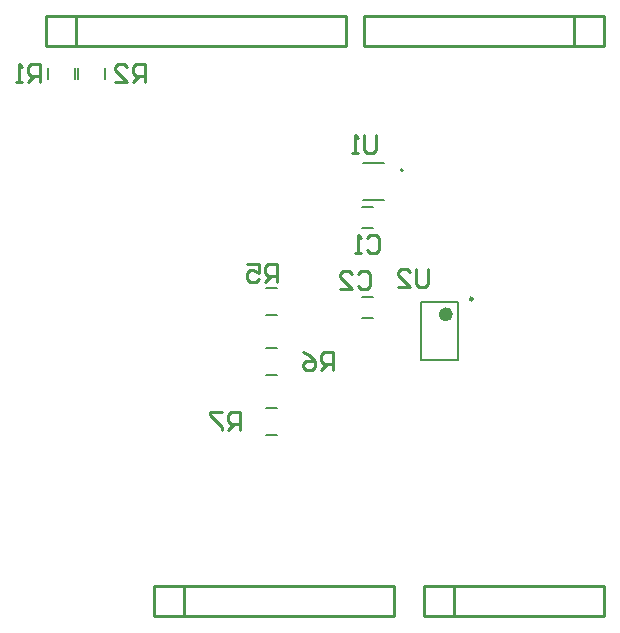
<source format=gbo>
G04*
G04 #@! TF.GenerationSoftware,Altium Limited,Altium Designer,25.4.2 (15)*
G04*
G04 Layer_Color=32896*
%FSLAX44Y44*%
%MOMM*%
G71*
G04*
G04 #@! TF.SameCoordinates,8E47D831-5235-4EDE-A1CE-FBF80302A2F1*
G04*
G04*
G04 #@! TF.FilePolarity,Positive*
G04*
G01*
G75*
%ADD10C,0.1524*%
%ADD11C,0.2540*%
%ADD13C,0.2000*%
%ADD15C,0.1270*%
%ADD55C,0.2500*%
%ADD56C,0.6000*%
D10*
X792988Y494000D02*
X802640D01*
X792988Y471200D02*
X802640D01*
X792988Y392400D02*
X802640D01*
X792988Y369600D02*
X802640D01*
X792988Y443200D02*
X802640D01*
X792988Y420400D02*
X802640D01*
X633760Y670814D02*
Y680466D01*
X656560Y670814D02*
Y680466D01*
X874014Y562610D02*
X883666D01*
X874014Y544830D02*
X883666D01*
X631160Y670814D02*
Y680466D01*
X608360Y670814D02*
Y680466D01*
X874014Y468630D02*
X883666D01*
X874014Y486410D02*
X883666D01*
D11*
X607060Y698500D02*
Y723900D01*
X632460D01*
Y698500D02*
X861060D01*
Y723900D01*
X632460D02*
X861060D01*
X607060Y698500D02*
X632460D01*
Y723900D01*
X927100Y215900D02*
Y228600D01*
Y215900D02*
X952500D01*
Y241300D01*
X927100D02*
X952500D01*
X927100Y228600D02*
Y241300D01*
X952500Y215900D02*
X1079500D01*
X952500Y241300D02*
X1079500D01*
Y215900D02*
Y241300D01*
X1054100Y698500D02*
Y723900D01*
X876300D02*
X1079500D01*
Y698500D02*
Y723900D01*
X876300Y698500D02*
X1079500D01*
X876300D02*
Y723900D01*
X723900Y215900D02*
Y241300D01*
X698500Y215900D02*
X901700D01*
X698500D02*
Y241300D01*
X901700D01*
Y215900D02*
Y241300D01*
X802636Y499113D02*
Y514347D01*
X795018D01*
X792479Y511808D01*
Y506730D01*
X795018Y504191D01*
X802636D01*
X797558D02*
X792479Y499113D01*
X777244Y514347D02*
X787401D01*
Y506730D01*
X782322Y509269D01*
X779783D01*
X777244Y506730D01*
Y501652D01*
X779783Y499113D01*
X784862D01*
X787401Y501652D01*
X886206Y623311D02*
Y610615D01*
X883667Y608076D01*
X878588D01*
X876049Y610615D01*
Y623311D01*
X870971Y608076D02*
X865893D01*
X868432D01*
Y623311D01*
X870971Y620772D01*
X770886Y373382D02*
Y388618D01*
X763268D01*
X760729Y386078D01*
Y381000D01*
X763268Y378461D01*
X770886D01*
X765807D02*
X760729Y373382D01*
X755651Y388618D02*
X745494D01*
Y386078D01*
X755651Y375922D01*
Y373382D01*
X849626Y424183D02*
Y439417D01*
X842008D01*
X839469Y436878D01*
Y431800D01*
X842008Y429261D01*
X849626D01*
X844548D02*
X839469Y424183D01*
X824234Y439417D02*
X829313Y436878D01*
X834391Y431800D01*
Y426722D01*
X831852Y424183D01*
X826773D01*
X824234Y426722D01*
Y429261D01*
X826773Y431800D01*
X834391D01*
X930656Y510027D02*
Y497331D01*
X928117Y494792D01*
X923038D01*
X920499Y497331D01*
Y510027D01*
X905264Y494792D02*
X915421D01*
X905264Y504949D01*
Y507488D01*
X907803Y510027D01*
X912882D01*
X915421Y507488D01*
X690876Y668023D02*
Y683258D01*
X683258D01*
X680719Y680718D01*
Y675640D01*
X683258Y673101D01*
X690876D01*
X685798D02*
X680719Y668023D01*
X665484D02*
X675641D01*
X665484Y678179D01*
Y680718D01*
X668023Y683258D01*
X673102D01*
X675641Y680718D01*
X601977Y668023D02*
Y683258D01*
X594359D01*
X591820Y680718D01*
Y675640D01*
X594359Y673101D01*
X601977D01*
X596898D02*
X591820Y668023D01*
X586742D02*
X581663D01*
X584202D01*
Y683258D01*
X586742Y680718D01*
X871219Y505458D02*
X873758Y507998D01*
X878837D01*
X881376Y505458D01*
Y495302D01*
X878837Y492762D01*
X873758D01*
X871219Y495302D01*
X855984Y492762D02*
X866141D01*
X855984Y502919D01*
Y505458D01*
X858523Y507998D01*
X863602D01*
X866141Y505458D01*
X878840Y535938D02*
X881379Y538478D01*
X886458D01*
X888997Y535938D01*
Y525782D01*
X886458Y523242D01*
X881379D01*
X878840Y525782D01*
X873762Y523242D02*
X868683D01*
X871222D01*
Y538478D01*
X873762Y535938D01*
D13*
X908920Y593700D02*
G03*
X908920Y593700I-1000J0D01*
G01*
X955300Y432700D02*
Y481700D01*
X924300Y432700D02*
Y481700D01*
X955300D01*
X924300Y432700D02*
X955300D01*
D15*
X874920Y599790D02*
X892920D01*
X874920Y568610D02*
X892920D01*
D55*
X968050Y484750D02*
G03*
X968050Y484750I-1250J0D01*
G01*
D56*
X948300Y471700D02*
G03*
X948300Y471700I-3000J0D01*
G01*
M02*

</source>
